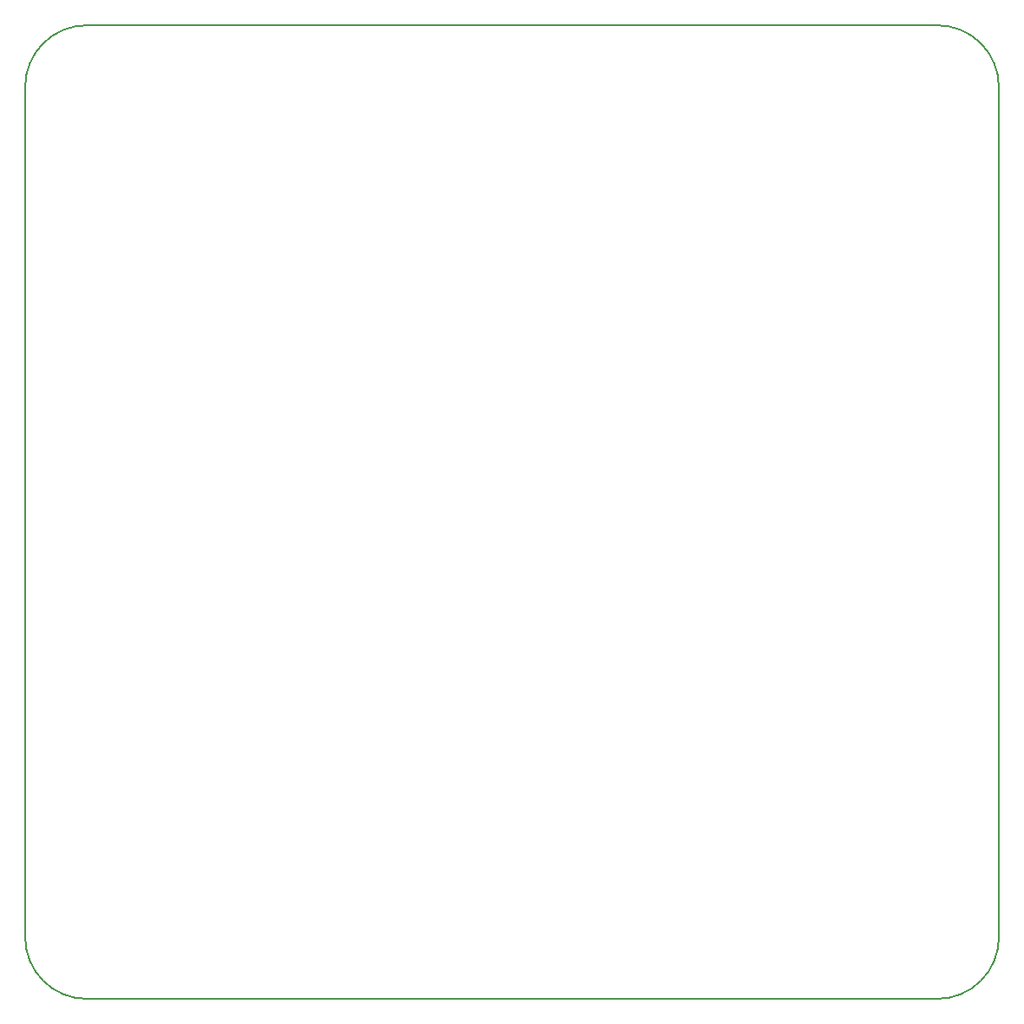
<source format=gm1>
G04 #@! TF.GenerationSoftware,KiCad,Pcbnew,(6.0.1)*
G04 #@! TF.CreationDate,2022-09-12T06:01:25-04:00*
G04 #@! TF.ProjectId,SIMPLE-65C02,53494d50-4c45-42d3-9635-4330322e6b69,1*
G04 #@! TF.SameCoordinates,Original*
G04 #@! TF.FileFunction,Profile,NP*
%FSLAX46Y46*%
G04 Gerber Fmt 4.6, Leading zero omitted, Abs format (unit mm)*
G04 Created by KiCad (PCBNEW (6.0.1)) date 2022-09-12 06:01:25*
%MOMM*%
%LPD*%
G01*
G04 APERTURE LIST*
G04 #@! TA.AperFunction,Profile*
%ADD10C,0.150000*%
G04 #@! TD*
G04 APERTURE END LIST*
D10*
X89000000Y-53770000D02*
X89000000Y-136757359D01*
X184000000Y-53770000D02*
G75*
G03*
X178000000Y-47770000I-5999999J1D01*
G01*
X95000000Y-47770000D02*
G75*
G03*
X89000000Y-53770000I-1J-5999999D01*
G01*
X184000000Y-136757359D02*
X184000000Y-53770000D01*
X89000000Y-136757359D02*
G75*
G03*
X95000000Y-142757359I5999999J-1D01*
G01*
X178000000Y-142757359D02*
G75*
G03*
X184000000Y-136757359I1J5999999D01*
G01*
X178000000Y-47770000D02*
X95000000Y-47770000D01*
X95000000Y-142757359D02*
X178000000Y-142757359D01*
M02*

</source>
